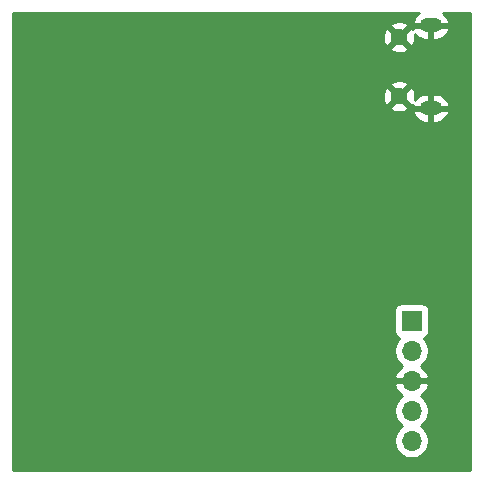
<source format=gbr>
G04 #@! TF.GenerationSoftware,KiCad,Pcbnew,(5.1.5)-3*
G04 #@! TF.CreationDate,2020-02-03T12:38:55+01:00*
G04 #@! TF.ProjectId,Lab_1,4c61625f-312e-46b6-9963-61645f706362,rev?*
G04 #@! TF.SameCoordinates,Original*
G04 #@! TF.FileFunction,Copper,L2,Bot*
G04 #@! TF.FilePolarity,Positive*
%FSLAX46Y46*%
G04 Gerber Fmt 4.6, Leading zero omitted, Abs format (unit mm)*
G04 Created by KiCad (PCBNEW (5.1.5)-3) date 2020-02-03 12:38:55*
%MOMM*%
%LPD*%
G04 APERTURE LIST*
%ADD10R,1.700000X1.700000*%
%ADD11O,1.700000X1.700000*%
%ADD12C,1.450000*%
%ADD13O,1.900000X1.200000*%
%ADD14C,0.800000*%
%ADD15C,0.254000*%
G04 APERTURE END LIST*
D10*
X480400000Y-10700000D03*
D11*
X480400000Y-13240000D03*
X480400000Y-15780000D03*
X480400000Y-18320000D03*
X480400000Y-20860000D03*
D12*
X479337500Y8300000D03*
X479337500Y13300000D03*
D13*
X482037500Y7300000D03*
X482037500Y14300000D03*
D14*
X475400000Y-18200000D03*
X464700000Y-21800000D03*
D15*
G36*
X480895775Y15256307D02*
G01*
X480724422Y15083474D01*
X480590079Y14880533D01*
X480497909Y14655282D01*
X480494038Y14617609D01*
X480618769Y14427000D01*
X481910500Y14427000D01*
X481910500Y14447000D01*
X482164500Y14447000D01*
X482164500Y14427000D01*
X483456231Y14427000D01*
X483580962Y14617609D01*
X483577091Y14655282D01*
X483484921Y14880533D01*
X483350578Y15083474D01*
X483179225Y15256307D01*
X483055128Y15340000D01*
X485340000Y15340000D01*
X485340001Y-23340000D01*
X446660000Y-23340000D01*
X446660000Y-18173740D01*
X478915000Y-18173740D01*
X478915000Y-18466260D01*
X478972068Y-18753158D01*
X479084010Y-19023411D01*
X479246525Y-19266632D01*
X479453368Y-19473475D01*
X479627760Y-19590000D01*
X479453368Y-19706525D01*
X479246525Y-19913368D01*
X479084010Y-20156589D01*
X478972068Y-20426842D01*
X478915000Y-20713740D01*
X478915000Y-21006260D01*
X478972068Y-21293158D01*
X479084010Y-21563411D01*
X479246525Y-21806632D01*
X479453368Y-22013475D01*
X479696589Y-22175990D01*
X479966842Y-22287932D01*
X480253740Y-22345000D01*
X480546260Y-22345000D01*
X480833158Y-22287932D01*
X481103411Y-22175990D01*
X481346632Y-22013475D01*
X481553475Y-21806632D01*
X481715990Y-21563411D01*
X481827932Y-21293158D01*
X481885000Y-21006260D01*
X481885000Y-20713740D01*
X481827932Y-20426842D01*
X481715990Y-20156589D01*
X481553475Y-19913368D01*
X481346632Y-19706525D01*
X481172240Y-19590000D01*
X481346632Y-19473475D01*
X481553475Y-19266632D01*
X481715990Y-19023411D01*
X481827932Y-18753158D01*
X481885000Y-18466260D01*
X481885000Y-18173740D01*
X481827932Y-17886842D01*
X481715990Y-17616589D01*
X481553475Y-17373368D01*
X481346632Y-17166525D01*
X481164466Y-17044805D01*
X481281355Y-16975178D01*
X481497588Y-16780269D01*
X481671641Y-16546920D01*
X481796825Y-16284099D01*
X481841476Y-16136890D01*
X481720155Y-15907000D01*
X480527000Y-15907000D01*
X480527000Y-15927000D01*
X480273000Y-15927000D01*
X480273000Y-15907000D01*
X479079845Y-15907000D01*
X478958524Y-16136890D01*
X479003175Y-16284099D01*
X479128359Y-16546920D01*
X479302412Y-16780269D01*
X479518645Y-16975178D01*
X479635534Y-17044805D01*
X479453368Y-17166525D01*
X479246525Y-17373368D01*
X479084010Y-17616589D01*
X478972068Y-17886842D01*
X478915000Y-18173740D01*
X446660000Y-18173740D01*
X446660000Y-9850000D01*
X478911928Y-9850000D01*
X478911928Y-11550000D01*
X478924188Y-11674482D01*
X478960498Y-11794180D01*
X479019463Y-11904494D01*
X479098815Y-12001185D01*
X479195506Y-12080537D01*
X479305820Y-12139502D01*
X479378380Y-12161513D01*
X479246525Y-12293368D01*
X479084010Y-12536589D01*
X478972068Y-12806842D01*
X478915000Y-13093740D01*
X478915000Y-13386260D01*
X478972068Y-13673158D01*
X479084010Y-13943411D01*
X479246525Y-14186632D01*
X479453368Y-14393475D01*
X479635534Y-14515195D01*
X479518645Y-14584822D01*
X479302412Y-14779731D01*
X479128359Y-15013080D01*
X479003175Y-15275901D01*
X478958524Y-15423110D01*
X479079845Y-15653000D01*
X480273000Y-15653000D01*
X480273000Y-15633000D01*
X480527000Y-15633000D01*
X480527000Y-15653000D01*
X481720155Y-15653000D01*
X481841476Y-15423110D01*
X481796825Y-15275901D01*
X481671641Y-15013080D01*
X481497588Y-14779731D01*
X481281355Y-14584822D01*
X481164466Y-14515195D01*
X481346632Y-14393475D01*
X481553475Y-14186632D01*
X481715990Y-13943411D01*
X481827932Y-13673158D01*
X481885000Y-13386260D01*
X481885000Y-13093740D01*
X481827932Y-12806842D01*
X481715990Y-12536589D01*
X481553475Y-12293368D01*
X481421620Y-12161513D01*
X481494180Y-12139502D01*
X481604494Y-12080537D01*
X481701185Y-12001185D01*
X481780537Y-11904494D01*
X481839502Y-11794180D01*
X481875812Y-11674482D01*
X481888072Y-11550000D01*
X481888072Y-9850000D01*
X481875812Y-9725518D01*
X481839502Y-9605820D01*
X481780537Y-9495506D01*
X481701185Y-9398815D01*
X481604494Y-9319463D01*
X481494180Y-9260498D01*
X481374482Y-9224188D01*
X481250000Y-9211928D01*
X479550000Y-9211928D01*
X479425518Y-9224188D01*
X479305820Y-9260498D01*
X479195506Y-9319463D01*
X479098815Y-9398815D01*
X479019463Y-9495506D01*
X478960498Y-9605820D01*
X478924188Y-9725518D01*
X478911928Y-9850000D01*
X446660000Y-9850000D01*
X446660000Y7360867D01*
X478577972Y7360867D01*
X478640465Y7124550D01*
X478883178Y7011150D01*
X479143349Y6947281D01*
X479410982Y6935396D01*
X479675791Y6975952D01*
X479693523Y6982391D01*
X480494038Y6982391D01*
X480497909Y6944718D01*
X480590079Y6719467D01*
X480724422Y6516526D01*
X480895775Y6343693D01*
X481097554Y6207610D01*
X481322004Y6113507D01*
X481560500Y6065000D01*
X481910500Y6065000D01*
X481910500Y7173000D01*
X482164500Y7173000D01*
X482164500Y6065000D01*
X482514500Y6065000D01*
X482752996Y6113507D01*
X482977446Y6207610D01*
X483179225Y6343693D01*
X483350578Y6516526D01*
X483484921Y6719467D01*
X483577091Y6944718D01*
X483580962Y6982391D01*
X483456231Y7173000D01*
X482164500Y7173000D01*
X481910500Y7173000D01*
X480618769Y7173000D01*
X480494038Y6982391D01*
X479693523Y6982391D01*
X479927600Y7067391D01*
X480034535Y7124550D01*
X480097028Y7360867D01*
X479337500Y8120395D01*
X478577972Y7360867D01*
X446660000Y7360867D01*
X446660000Y8226518D01*
X477972896Y8226518D01*
X478013452Y7961709D01*
X478104891Y7709900D01*
X478162050Y7602965D01*
X478398367Y7540472D01*
X479157895Y8300000D01*
X479517105Y8300000D01*
X480276633Y7540472D01*
X480504997Y7600862D01*
X480618769Y7427000D01*
X481910500Y7427000D01*
X481910500Y8535000D01*
X482164500Y8535000D01*
X482164500Y7427000D01*
X483456231Y7427000D01*
X483580962Y7617609D01*
X483577091Y7655282D01*
X483484921Y7880533D01*
X483350578Y8083474D01*
X483179225Y8256307D01*
X482977446Y8392390D01*
X482752996Y8486493D01*
X482514500Y8535000D01*
X482164500Y8535000D01*
X481910500Y8535000D01*
X481560500Y8535000D01*
X481322004Y8486493D01*
X481097554Y8392390D01*
X480895775Y8256307D01*
X480724422Y8083474D01*
X480661329Y7988164D01*
X480690219Y8105849D01*
X480702104Y8373482D01*
X480661548Y8638291D01*
X480570109Y8890100D01*
X480512950Y8997035D01*
X480276633Y9059528D01*
X479517105Y8300000D01*
X479157895Y8300000D01*
X478398367Y9059528D01*
X478162050Y8997035D01*
X478048650Y8754322D01*
X477984781Y8494151D01*
X477972896Y8226518D01*
X446660000Y8226518D01*
X446660000Y9239133D01*
X478577972Y9239133D01*
X479337500Y8479605D01*
X480097028Y9239133D01*
X480034535Y9475450D01*
X479791822Y9588850D01*
X479531651Y9652719D01*
X479264018Y9664604D01*
X478999209Y9624048D01*
X478747400Y9532609D01*
X478640465Y9475450D01*
X478577972Y9239133D01*
X446660000Y9239133D01*
X446660000Y12360867D01*
X478577972Y12360867D01*
X478640465Y12124550D01*
X478883178Y12011150D01*
X479143349Y11947281D01*
X479410982Y11935396D01*
X479675791Y11975952D01*
X479927600Y12067391D01*
X480034535Y12124550D01*
X480097028Y12360867D01*
X479337500Y13120395D01*
X478577972Y12360867D01*
X446660000Y12360867D01*
X446660000Y13226518D01*
X477972896Y13226518D01*
X478013452Y12961709D01*
X478104891Y12709900D01*
X478162050Y12602965D01*
X478398367Y12540472D01*
X479157895Y13300000D01*
X479517105Y13300000D01*
X480276633Y12540472D01*
X480512950Y12602965D01*
X480626350Y12845678D01*
X480690219Y13105849D01*
X480702104Y13373482D01*
X480666885Y13603442D01*
X480724422Y13516526D01*
X480895775Y13343693D01*
X481097554Y13207610D01*
X481322004Y13113507D01*
X481560500Y13065000D01*
X481910500Y13065000D01*
X481910500Y14173000D01*
X482164500Y14173000D01*
X482164500Y13065000D01*
X482514500Y13065000D01*
X482752996Y13113507D01*
X482977446Y13207610D01*
X483179225Y13343693D01*
X483350578Y13516526D01*
X483484921Y13719467D01*
X483577091Y13944718D01*
X483580962Y13982391D01*
X483456231Y14173000D01*
X482164500Y14173000D01*
X481910500Y14173000D01*
X480618769Y14173000D01*
X480504997Y13999138D01*
X480276633Y14059528D01*
X479517105Y13300000D01*
X479157895Y13300000D01*
X478398367Y14059528D01*
X478162050Y13997035D01*
X478048650Y13754322D01*
X477984781Y13494151D01*
X477972896Y13226518D01*
X446660000Y13226518D01*
X446660000Y14239133D01*
X478577972Y14239133D01*
X479337500Y13479605D01*
X480097028Y14239133D01*
X480034535Y14475450D01*
X479791822Y14588850D01*
X479531651Y14652719D01*
X479264018Y14664604D01*
X478999209Y14624048D01*
X478747400Y14532609D01*
X478640465Y14475450D01*
X478577972Y14239133D01*
X446660000Y14239133D01*
X446660000Y15340000D01*
X481019872Y15340000D01*
X480895775Y15256307D01*
G37*
X480895775Y15256307D02*
X480724422Y15083474D01*
X480590079Y14880533D01*
X480497909Y14655282D01*
X480494038Y14617609D01*
X480618769Y14427000D01*
X481910500Y14427000D01*
X481910500Y14447000D01*
X482164500Y14447000D01*
X482164500Y14427000D01*
X483456231Y14427000D01*
X483580962Y14617609D01*
X483577091Y14655282D01*
X483484921Y14880533D01*
X483350578Y15083474D01*
X483179225Y15256307D01*
X483055128Y15340000D01*
X485340000Y15340000D01*
X485340001Y-23340000D01*
X446660000Y-23340000D01*
X446660000Y-18173740D01*
X478915000Y-18173740D01*
X478915000Y-18466260D01*
X478972068Y-18753158D01*
X479084010Y-19023411D01*
X479246525Y-19266632D01*
X479453368Y-19473475D01*
X479627760Y-19590000D01*
X479453368Y-19706525D01*
X479246525Y-19913368D01*
X479084010Y-20156589D01*
X478972068Y-20426842D01*
X478915000Y-20713740D01*
X478915000Y-21006260D01*
X478972068Y-21293158D01*
X479084010Y-21563411D01*
X479246525Y-21806632D01*
X479453368Y-22013475D01*
X479696589Y-22175990D01*
X479966842Y-22287932D01*
X480253740Y-22345000D01*
X480546260Y-22345000D01*
X480833158Y-22287932D01*
X481103411Y-22175990D01*
X481346632Y-22013475D01*
X481553475Y-21806632D01*
X481715990Y-21563411D01*
X481827932Y-21293158D01*
X481885000Y-21006260D01*
X481885000Y-20713740D01*
X481827932Y-20426842D01*
X481715990Y-20156589D01*
X481553475Y-19913368D01*
X481346632Y-19706525D01*
X481172240Y-19590000D01*
X481346632Y-19473475D01*
X481553475Y-19266632D01*
X481715990Y-19023411D01*
X481827932Y-18753158D01*
X481885000Y-18466260D01*
X481885000Y-18173740D01*
X481827932Y-17886842D01*
X481715990Y-17616589D01*
X481553475Y-17373368D01*
X481346632Y-17166525D01*
X481164466Y-17044805D01*
X481281355Y-16975178D01*
X481497588Y-16780269D01*
X481671641Y-16546920D01*
X481796825Y-16284099D01*
X481841476Y-16136890D01*
X481720155Y-15907000D01*
X480527000Y-15907000D01*
X480527000Y-15927000D01*
X480273000Y-15927000D01*
X480273000Y-15907000D01*
X479079845Y-15907000D01*
X478958524Y-16136890D01*
X479003175Y-16284099D01*
X479128359Y-16546920D01*
X479302412Y-16780269D01*
X479518645Y-16975178D01*
X479635534Y-17044805D01*
X479453368Y-17166525D01*
X479246525Y-17373368D01*
X479084010Y-17616589D01*
X478972068Y-17886842D01*
X478915000Y-18173740D01*
X446660000Y-18173740D01*
X446660000Y-9850000D01*
X478911928Y-9850000D01*
X478911928Y-11550000D01*
X478924188Y-11674482D01*
X478960498Y-11794180D01*
X479019463Y-11904494D01*
X479098815Y-12001185D01*
X479195506Y-12080537D01*
X479305820Y-12139502D01*
X479378380Y-12161513D01*
X479246525Y-12293368D01*
X479084010Y-12536589D01*
X478972068Y-12806842D01*
X478915000Y-13093740D01*
X478915000Y-13386260D01*
X478972068Y-13673158D01*
X479084010Y-13943411D01*
X479246525Y-14186632D01*
X479453368Y-14393475D01*
X479635534Y-14515195D01*
X479518645Y-14584822D01*
X479302412Y-14779731D01*
X479128359Y-15013080D01*
X479003175Y-15275901D01*
X478958524Y-15423110D01*
X479079845Y-15653000D01*
X480273000Y-15653000D01*
X480273000Y-15633000D01*
X480527000Y-15633000D01*
X480527000Y-15653000D01*
X481720155Y-15653000D01*
X481841476Y-15423110D01*
X481796825Y-15275901D01*
X481671641Y-15013080D01*
X481497588Y-14779731D01*
X481281355Y-14584822D01*
X481164466Y-14515195D01*
X481346632Y-14393475D01*
X481553475Y-14186632D01*
X481715990Y-13943411D01*
X481827932Y-13673158D01*
X481885000Y-13386260D01*
X481885000Y-13093740D01*
X481827932Y-12806842D01*
X481715990Y-12536589D01*
X481553475Y-12293368D01*
X481421620Y-12161513D01*
X481494180Y-12139502D01*
X481604494Y-12080537D01*
X481701185Y-12001185D01*
X481780537Y-11904494D01*
X481839502Y-11794180D01*
X481875812Y-11674482D01*
X481888072Y-11550000D01*
X481888072Y-9850000D01*
X481875812Y-9725518D01*
X481839502Y-9605820D01*
X481780537Y-9495506D01*
X481701185Y-9398815D01*
X481604494Y-9319463D01*
X481494180Y-9260498D01*
X481374482Y-9224188D01*
X481250000Y-9211928D01*
X479550000Y-9211928D01*
X479425518Y-9224188D01*
X479305820Y-9260498D01*
X479195506Y-9319463D01*
X479098815Y-9398815D01*
X479019463Y-9495506D01*
X478960498Y-9605820D01*
X478924188Y-9725518D01*
X478911928Y-9850000D01*
X446660000Y-9850000D01*
X446660000Y7360867D01*
X478577972Y7360867D01*
X478640465Y7124550D01*
X478883178Y7011150D01*
X479143349Y6947281D01*
X479410982Y6935396D01*
X479675791Y6975952D01*
X479693523Y6982391D01*
X480494038Y6982391D01*
X480497909Y6944718D01*
X480590079Y6719467D01*
X480724422Y6516526D01*
X480895775Y6343693D01*
X481097554Y6207610D01*
X481322004Y6113507D01*
X481560500Y6065000D01*
X481910500Y6065000D01*
X481910500Y7173000D01*
X482164500Y7173000D01*
X482164500Y6065000D01*
X482514500Y6065000D01*
X482752996Y6113507D01*
X482977446Y6207610D01*
X483179225Y6343693D01*
X483350578Y6516526D01*
X483484921Y6719467D01*
X483577091Y6944718D01*
X483580962Y6982391D01*
X483456231Y7173000D01*
X482164500Y7173000D01*
X481910500Y7173000D01*
X480618769Y7173000D01*
X480494038Y6982391D01*
X479693523Y6982391D01*
X479927600Y7067391D01*
X480034535Y7124550D01*
X480097028Y7360867D01*
X479337500Y8120395D01*
X478577972Y7360867D01*
X446660000Y7360867D01*
X446660000Y8226518D01*
X477972896Y8226518D01*
X478013452Y7961709D01*
X478104891Y7709900D01*
X478162050Y7602965D01*
X478398367Y7540472D01*
X479157895Y8300000D01*
X479517105Y8300000D01*
X480276633Y7540472D01*
X480504997Y7600862D01*
X480618769Y7427000D01*
X481910500Y7427000D01*
X481910500Y8535000D01*
X482164500Y8535000D01*
X482164500Y7427000D01*
X483456231Y7427000D01*
X483580962Y7617609D01*
X483577091Y7655282D01*
X483484921Y7880533D01*
X483350578Y8083474D01*
X483179225Y8256307D01*
X482977446Y8392390D01*
X482752996Y8486493D01*
X482514500Y8535000D01*
X482164500Y8535000D01*
X481910500Y8535000D01*
X481560500Y8535000D01*
X481322004Y8486493D01*
X481097554Y8392390D01*
X480895775Y8256307D01*
X480724422Y8083474D01*
X480661329Y7988164D01*
X480690219Y8105849D01*
X480702104Y8373482D01*
X480661548Y8638291D01*
X480570109Y8890100D01*
X480512950Y8997035D01*
X480276633Y9059528D01*
X479517105Y8300000D01*
X479157895Y8300000D01*
X478398367Y9059528D01*
X478162050Y8997035D01*
X478048650Y8754322D01*
X477984781Y8494151D01*
X477972896Y8226518D01*
X446660000Y8226518D01*
X446660000Y9239133D01*
X478577972Y9239133D01*
X479337500Y8479605D01*
X480097028Y9239133D01*
X480034535Y9475450D01*
X479791822Y9588850D01*
X479531651Y9652719D01*
X479264018Y9664604D01*
X478999209Y9624048D01*
X478747400Y9532609D01*
X478640465Y9475450D01*
X478577972Y9239133D01*
X446660000Y9239133D01*
X446660000Y12360867D01*
X478577972Y12360867D01*
X478640465Y12124550D01*
X478883178Y12011150D01*
X479143349Y11947281D01*
X479410982Y11935396D01*
X479675791Y11975952D01*
X479927600Y12067391D01*
X480034535Y12124550D01*
X480097028Y12360867D01*
X479337500Y13120395D01*
X478577972Y12360867D01*
X446660000Y12360867D01*
X446660000Y13226518D01*
X477972896Y13226518D01*
X478013452Y12961709D01*
X478104891Y12709900D01*
X478162050Y12602965D01*
X478398367Y12540472D01*
X479157895Y13300000D01*
X479517105Y13300000D01*
X480276633Y12540472D01*
X480512950Y12602965D01*
X480626350Y12845678D01*
X480690219Y13105849D01*
X480702104Y13373482D01*
X480666885Y13603442D01*
X480724422Y13516526D01*
X480895775Y13343693D01*
X481097554Y13207610D01*
X481322004Y13113507D01*
X481560500Y13065000D01*
X481910500Y13065000D01*
X481910500Y14173000D01*
X482164500Y14173000D01*
X482164500Y13065000D01*
X482514500Y13065000D01*
X482752996Y13113507D01*
X482977446Y13207610D01*
X483179225Y13343693D01*
X483350578Y13516526D01*
X483484921Y13719467D01*
X483577091Y13944718D01*
X483580962Y13982391D01*
X483456231Y14173000D01*
X482164500Y14173000D01*
X481910500Y14173000D01*
X480618769Y14173000D01*
X480504997Y13999138D01*
X480276633Y14059528D01*
X479517105Y13300000D01*
X479157895Y13300000D01*
X478398367Y14059528D01*
X478162050Y13997035D01*
X478048650Y13754322D01*
X477984781Y13494151D01*
X477972896Y13226518D01*
X446660000Y13226518D01*
X446660000Y14239133D01*
X478577972Y14239133D01*
X479337500Y13479605D01*
X480097028Y14239133D01*
X480034535Y14475450D01*
X479791822Y14588850D01*
X479531651Y14652719D01*
X479264018Y14664604D01*
X478999209Y14624048D01*
X478747400Y14532609D01*
X478640465Y14475450D01*
X478577972Y14239133D01*
X446660000Y14239133D01*
X446660000Y15340000D01*
X481019872Y15340000D01*
X480895775Y15256307D01*
M02*

</source>
